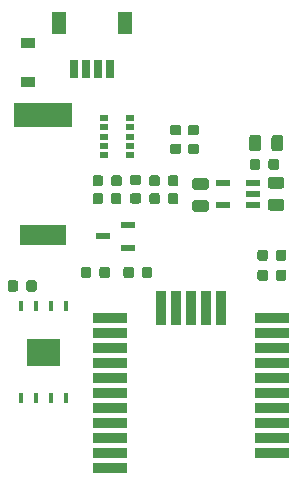
<source format=gbr>
G04 #@! TF.GenerationSoftware,KiCad,Pcbnew,(5.1.5)-3*
G04 #@! TF.CreationDate,2021-08-13T12:39:49-07:00*
G04 #@! TF.ProjectId,Freesk8-Robogotchi-v1.5,46726565-736b-4382-9d52-6f626f676f74,rev?*
G04 #@! TF.SameCoordinates,Original*
G04 #@! TF.FileFunction,Paste,Top*
G04 #@! TF.FilePolarity,Positive*
%FSLAX46Y46*%
G04 Gerber Fmt 4.6, Leading zero omitted, Abs format (unit mm)*
G04 Created by KiCad (PCBNEW (5.1.5)-3) date 2021-08-13 12:39:49*
%MOMM*%
%LPD*%
G04 APERTURE LIST*
%ADD10C,0.010000*%
%ADD11R,1.210000X0.590000*%
%ADD12R,1.200000X0.900000*%
%ADD13C,0.100000*%
%ADD14R,1.295400X1.905000*%
%ADD15R,0.660400X1.549400*%
%ADD16R,1.300000X0.600000*%
%ADD17R,4.000000X1.700000*%
%ADD18R,5.000000X2.000000*%
%ADD19R,0.800000X0.500000*%
%ADD20R,0.440000X0.940000*%
%ADD21R,0.900000X3.000000*%
%ADD22R,3.000000X0.900000*%
G04 APERTURE END LIST*
D10*
G36*
X128350000Y-111175610D02*
G01*
X128350000Y-109025000D01*
X131050770Y-109025000D01*
X131050770Y-111175610D01*
X128350000Y-111175610D01*
G37*
X128350000Y-111175610D02*
X128350000Y-109025000D01*
X131050770Y-109025000D01*
X131050770Y-111175610D01*
X128350000Y-111175610D01*
D11*
X144945000Y-97650000D03*
X144945000Y-95750000D03*
X147455000Y-95750000D03*
X147455000Y-96700000D03*
X147455000Y-97650000D03*
D12*
X128400000Y-87250000D03*
X128400000Y-83950000D03*
D13*
G36*
X149427691Y-93726053D02*
G01*
X149448926Y-93729203D01*
X149469750Y-93734419D01*
X149489962Y-93741651D01*
X149509368Y-93750830D01*
X149527781Y-93761866D01*
X149545024Y-93774654D01*
X149560930Y-93789070D01*
X149575346Y-93804976D01*
X149588134Y-93822219D01*
X149599170Y-93840632D01*
X149608349Y-93860038D01*
X149615581Y-93880250D01*
X149620797Y-93901074D01*
X149623947Y-93922309D01*
X149625000Y-93943750D01*
X149625000Y-94456250D01*
X149623947Y-94477691D01*
X149620797Y-94498926D01*
X149615581Y-94519750D01*
X149608349Y-94539962D01*
X149599170Y-94559368D01*
X149588134Y-94577781D01*
X149575346Y-94595024D01*
X149560930Y-94610930D01*
X149545024Y-94625346D01*
X149527781Y-94638134D01*
X149509368Y-94649170D01*
X149489962Y-94658349D01*
X149469750Y-94665581D01*
X149448926Y-94670797D01*
X149427691Y-94673947D01*
X149406250Y-94675000D01*
X148968750Y-94675000D01*
X148947309Y-94673947D01*
X148926074Y-94670797D01*
X148905250Y-94665581D01*
X148885038Y-94658349D01*
X148865632Y-94649170D01*
X148847219Y-94638134D01*
X148829976Y-94625346D01*
X148814070Y-94610930D01*
X148799654Y-94595024D01*
X148786866Y-94577781D01*
X148775830Y-94559368D01*
X148766651Y-94539962D01*
X148759419Y-94519750D01*
X148754203Y-94498926D01*
X148751053Y-94477691D01*
X148750000Y-94456250D01*
X148750000Y-93943750D01*
X148751053Y-93922309D01*
X148754203Y-93901074D01*
X148759419Y-93880250D01*
X148766651Y-93860038D01*
X148775830Y-93840632D01*
X148786866Y-93822219D01*
X148799654Y-93804976D01*
X148814070Y-93789070D01*
X148829976Y-93774654D01*
X148847219Y-93761866D01*
X148865632Y-93750830D01*
X148885038Y-93741651D01*
X148905250Y-93734419D01*
X148926074Y-93729203D01*
X148947309Y-93726053D01*
X148968750Y-93725000D01*
X149406250Y-93725000D01*
X149427691Y-93726053D01*
G37*
G36*
X147852691Y-93726053D02*
G01*
X147873926Y-93729203D01*
X147894750Y-93734419D01*
X147914962Y-93741651D01*
X147934368Y-93750830D01*
X147952781Y-93761866D01*
X147970024Y-93774654D01*
X147985930Y-93789070D01*
X148000346Y-93804976D01*
X148013134Y-93822219D01*
X148024170Y-93840632D01*
X148033349Y-93860038D01*
X148040581Y-93880250D01*
X148045797Y-93901074D01*
X148048947Y-93922309D01*
X148050000Y-93943750D01*
X148050000Y-94456250D01*
X148048947Y-94477691D01*
X148045797Y-94498926D01*
X148040581Y-94519750D01*
X148033349Y-94539962D01*
X148024170Y-94559368D01*
X148013134Y-94577781D01*
X148000346Y-94595024D01*
X147985930Y-94610930D01*
X147970024Y-94625346D01*
X147952781Y-94638134D01*
X147934368Y-94649170D01*
X147914962Y-94658349D01*
X147894750Y-94665581D01*
X147873926Y-94670797D01*
X147852691Y-94673947D01*
X147831250Y-94675000D01*
X147393750Y-94675000D01*
X147372309Y-94673947D01*
X147351074Y-94670797D01*
X147330250Y-94665581D01*
X147310038Y-94658349D01*
X147290632Y-94649170D01*
X147272219Y-94638134D01*
X147254976Y-94625346D01*
X147239070Y-94610930D01*
X147224654Y-94595024D01*
X147211866Y-94577781D01*
X147200830Y-94559368D01*
X147191651Y-94539962D01*
X147184419Y-94519750D01*
X147179203Y-94498926D01*
X147176053Y-94477691D01*
X147175000Y-94456250D01*
X147175000Y-93943750D01*
X147176053Y-93922309D01*
X147179203Y-93901074D01*
X147184419Y-93880250D01*
X147191651Y-93860038D01*
X147200830Y-93840632D01*
X147211866Y-93822219D01*
X147224654Y-93804976D01*
X147239070Y-93789070D01*
X147254976Y-93774654D01*
X147272219Y-93761866D01*
X147290632Y-93750830D01*
X147310038Y-93741651D01*
X147330250Y-93734419D01*
X147351074Y-93729203D01*
X147372309Y-93726053D01*
X147393750Y-93725000D01*
X147831250Y-93725000D01*
X147852691Y-93726053D01*
G37*
D14*
X136599999Y-82223499D03*
X131000001Y-82223499D03*
D15*
X132300000Y-86098500D03*
X133300001Y-86098500D03*
X134299999Y-86098500D03*
X135300000Y-86098500D03*
D13*
G36*
X149767642Y-91701174D02*
G01*
X149791303Y-91704684D01*
X149814507Y-91710496D01*
X149837029Y-91718554D01*
X149858653Y-91728782D01*
X149879170Y-91741079D01*
X149898383Y-91755329D01*
X149916107Y-91771393D01*
X149932171Y-91789117D01*
X149946421Y-91808330D01*
X149958718Y-91828847D01*
X149968946Y-91850471D01*
X149977004Y-91872993D01*
X149982816Y-91896197D01*
X149986326Y-91919858D01*
X149987500Y-91943750D01*
X149987500Y-92856250D01*
X149986326Y-92880142D01*
X149982816Y-92903803D01*
X149977004Y-92927007D01*
X149968946Y-92949529D01*
X149958718Y-92971153D01*
X149946421Y-92991670D01*
X149932171Y-93010883D01*
X149916107Y-93028607D01*
X149898383Y-93044671D01*
X149879170Y-93058921D01*
X149858653Y-93071218D01*
X149837029Y-93081446D01*
X149814507Y-93089504D01*
X149791303Y-93095316D01*
X149767642Y-93098826D01*
X149743750Y-93100000D01*
X149256250Y-93100000D01*
X149232358Y-93098826D01*
X149208697Y-93095316D01*
X149185493Y-93089504D01*
X149162971Y-93081446D01*
X149141347Y-93071218D01*
X149120830Y-93058921D01*
X149101617Y-93044671D01*
X149083893Y-93028607D01*
X149067829Y-93010883D01*
X149053579Y-92991670D01*
X149041282Y-92971153D01*
X149031054Y-92949529D01*
X149022996Y-92927007D01*
X149017184Y-92903803D01*
X149013674Y-92880142D01*
X149012500Y-92856250D01*
X149012500Y-91943750D01*
X149013674Y-91919858D01*
X149017184Y-91896197D01*
X149022996Y-91872993D01*
X149031054Y-91850471D01*
X149041282Y-91828847D01*
X149053579Y-91808330D01*
X149067829Y-91789117D01*
X149083893Y-91771393D01*
X149101617Y-91755329D01*
X149120830Y-91741079D01*
X149141347Y-91728782D01*
X149162971Y-91718554D01*
X149185493Y-91710496D01*
X149208697Y-91704684D01*
X149232358Y-91701174D01*
X149256250Y-91700000D01*
X149743750Y-91700000D01*
X149767642Y-91701174D01*
G37*
G36*
X147892642Y-91701174D02*
G01*
X147916303Y-91704684D01*
X147939507Y-91710496D01*
X147962029Y-91718554D01*
X147983653Y-91728782D01*
X148004170Y-91741079D01*
X148023383Y-91755329D01*
X148041107Y-91771393D01*
X148057171Y-91789117D01*
X148071421Y-91808330D01*
X148083718Y-91828847D01*
X148093946Y-91850471D01*
X148102004Y-91872993D01*
X148107816Y-91896197D01*
X148111326Y-91919858D01*
X148112500Y-91943750D01*
X148112500Y-92856250D01*
X148111326Y-92880142D01*
X148107816Y-92903803D01*
X148102004Y-92927007D01*
X148093946Y-92949529D01*
X148083718Y-92971153D01*
X148071421Y-92991670D01*
X148057171Y-93010883D01*
X148041107Y-93028607D01*
X148023383Y-93044671D01*
X148004170Y-93058921D01*
X147983653Y-93071218D01*
X147962029Y-93081446D01*
X147939507Y-93089504D01*
X147916303Y-93095316D01*
X147892642Y-93098826D01*
X147868750Y-93100000D01*
X147381250Y-93100000D01*
X147357358Y-93098826D01*
X147333697Y-93095316D01*
X147310493Y-93089504D01*
X147287971Y-93081446D01*
X147266347Y-93071218D01*
X147245830Y-93058921D01*
X147226617Y-93044671D01*
X147208893Y-93028607D01*
X147192829Y-93010883D01*
X147178579Y-92991670D01*
X147166282Y-92971153D01*
X147156054Y-92949529D01*
X147147996Y-92927007D01*
X147142184Y-92903803D01*
X147138674Y-92880142D01*
X147137500Y-92856250D01*
X147137500Y-91943750D01*
X147138674Y-91919858D01*
X147142184Y-91896197D01*
X147147996Y-91872993D01*
X147156054Y-91850471D01*
X147166282Y-91828847D01*
X147178579Y-91808330D01*
X147192829Y-91789117D01*
X147208893Y-91771393D01*
X147226617Y-91755329D01*
X147245830Y-91741079D01*
X147266347Y-91728782D01*
X147287971Y-91718554D01*
X147310493Y-91710496D01*
X147333697Y-91704684D01*
X147357358Y-91701174D01*
X147381250Y-91700000D01*
X147868750Y-91700000D01*
X147892642Y-91701174D01*
G37*
D16*
X136850000Y-99350000D03*
X136850000Y-101250000D03*
X134750000Y-100300000D03*
D13*
G36*
X128927691Y-104026053D02*
G01*
X128948926Y-104029203D01*
X128969750Y-104034419D01*
X128989962Y-104041651D01*
X129009368Y-104050830D01*
X129027781Y-104061866D01*
X129045024Y-104074654D01*
X129060930Y-104089070D01*
X129075346Y-104104976D01*
X129088134Y-104122219D01*
X129099170Y-104140632D01*
X129108349Y-104160038D01*
X129115581Y-104180250D01*
X129120797Y-104201074D01*
X129123947Y-104222309D01*
X129125000Y-104243750D01*
X129125000Y-104756250D01*
X129123947Y-104777691D01*
X129120797Y-104798926D01*
X129115581Y-104819750D01*
X129108349Y-104839962D01*
X129099170Y-104859368D01*
X129088134Y-104877781D01*
X129075346Y-104895024D01*
X129060930Y-104910930D01*
X129045024Y-104925346D01*
X129027781Y-104938134D01*
X129009368Y-104949170D01*
X128989962Y-104958349D01*
X128969750Y-104965581D01*
X128948926Y-104970797D01*
X128927691Y-104973947D01*
X128906250Y-104975000D01*
X128468750Y-104975000D01*
X128447309Y-104973947D01*
X128426074Y-104970797D01*
X128405250Y-104965581D01*
X128385038Y-104958349D01*
X128365632Y-104949170D01*
X128347219Y-104938134D01*
X128329976Y-104925346D01*
X128314070Y-104910930D01*
X128299654Y-104895024D01*
X128286866Y-104877781D01*
X128275830Y-104859368D01*
X128266651Y-104839962D01*
X128259419Y-104819750D01*
X128254203Y-104798926D01*
X128251053Y-104777691D01*
X128250000Y-104756250D01*
X128250000Y-104243750D01*
X128251053Y-104222309D01*
X128254203Y-104201074D01*
X128259419Y-104180250D01*
X128266651Y-104160038D01*
X128275830Y-104140632D01*
X128286866Y-104122219D01*
X128299654Y-104104976D01*
X128314070Y-104089070D01*
X128329976Y-104074654D01*
X128347219Y-104061866D01*
X128365632Y-104050830D01*
X128385038Y-104041651D01*
X128405250Y-104034419D01*
X128426074Y-104029203D01*
X128447309Y-104026053D01*
X128468750Y-104025000D01*
X128906250Y-104025000D01*
X128927691Y-104026053D01*
G37*
G36*
X127352691Y-104026053D02*
G01*
X127373926Y-104029203D01*
X127394750Y-104034419D01*
X127414962Y-104041651D01*
X127434368Y-104050830D01*
X127452781Y-104061866D01*
X127470024Y-104074654D01*
X127485930Y-104089070D01*
X127500346Y-104104976D01*
X127513134Y-104122219D01*
X127524170Y-104140632D01*
X127533349Y-104160038D01*
X127540581Y-104180250D01*
X127545797Y-104201074D01*
X127548947Y-104222309D01*
X127550000Y-104243750D01*
X127550000Y-104756250D01*
X127548947Y-104777691D01*
X127545797Y-104798926D01*
X127540581Y-104819750D01*
X127533349Y-104839962D01*
X127524170Y-104859368D01*
X127513134Y-104877781D01*
X127500346Y-104895024D01*
X127485930Y-104910930D01*
X127470024Y-104925346D01*
X127452781Y-104938134D01*
X127434368Y-104949170D01*
X127414962Y-104958349D01*
X127394750Y-104965581D01*
X127373926Y-104970797D01*
X127352691Y-104973947D01*
X127331250Y-104975000D01*
X126893750Y-104975000D01*
X126872309Y-104973947D01*
X126851074Y-104970797D01*
X126830250Y-104965581D01*
X126810038Y-104958349D01*
X126790632Y-104949170D01*
X126772219Y-104938134D01*
X126754976Y-104925346D01*
X126739070Y-104910930D01*
X126724654Y-104895024D01*
X126711866Y-104877781D01*
X126700830Y-104859368D01*
X126691651Y-104839962D01*
X126684419Y-104819750D01*
X126679203Y-104798926D01*
X126676053Y-104777691D01*
X126675000Y-104756250D01*
X126675000Y-104243750D01*
X126676053Y-104222309D01*
X126679203Y-104201074D01*
X126684419Y-104180250D01*
X126691651Y-104160038D01*
X126700830Y-104140632D01*
X126711866Y-104122219D01*
X126724654Y-104104976D01*
X126739070Y-104089070D01*
X126754976Y-104074654D01*
X126772219Y-104061866D01*
X126790632Y-104050830D01*
X126810038Y-104041651D01*
X126830250Y-104034419D01*
X126851074Y-104029203D01*
X126872309Y-104026053D01*
X126893750Y-104025000D01*
X127331250Y-104025000D01*
X127352691Y-104026053D01*
G37*
D17*
X129650000Y-100175000D03*
D18*
X129650000Y-90025000D03*
D13*
G36*
X137777691Y-96651053D02*
G01*
X137798926Y-96654203D01*
X137819750Y-96659419D01*
X137839962Y-96666651D01*
X137859368Y-96675830D01*
X137877781Y-96686866D01*
X137895024Y-96699654D01*
X137910930Y-96714070D01*
X137925346Y-96729976D01*
X137938134Y-96747219D01*
X137949170Y-96765632D01*
X137958349Y-96785038D01*
X137965581Y-96805250D01*
X137970797Y-96826074D01*
X137973947Y-96847309D01*
X137975000Y-96868750D01*
X137975000Y-97306250D01*
X137973947Y-97327691D01*
X137970797Y-97348926D01*
X137965581Y-97369750D01*
X137958349Y-97389962D01*
X137949170Y-97409368D01*
X137938134Y-97427781D01*
X137925346Y-97445024D01*
X137910930Y-97460930D01*
X137895024Y-97475346D01*
X137877781Y-97488134D01*
X137859368Y-97499170D01*
X137839962Y-97508349D01*
X137819750Y-97515581D01*
X137798926Y-97520797D01*
X137777691Y-97523947D01*
X137756250Y-97525000D01*
X137243750Y-97525000D01*
X137222309Y-97523947D01*
X137201074Y-97520797D01*
X137180250Y-97515581D01*
X137160038Y-97508349D01*
X137140632Y-97499170D01*
X137122219Y-97488134D01*
X137104976Y-97475346D01*
X137089070Y-97460930D01*
X137074654Y-97445024D01*
X137061866Y-97427781D01*
X137050830Y-97409368D01*
X137041651Y-97389962D01*
X137034419Y-97369750D01*
X137029203Y-97348926D01*
X137026053Y-97327691D01*
X137025000Y-97306250D01*
X137025000Y-96868750D01*
X137026053Y-96847309D01*
X137029203Y-96826074D01*
X137034419Y-96805250D01*
X137041651Y-96785038D01*
X137050830Y-96765632D01*
X137061866Y-96747219D01*
X137074654Y-96729976D01*
X137089070Y-96714070D01*
X137104976Y-96699654D01*
X137122219Y-96686866D01*
X137140632Y-96675830D01*
X137160038Y-96666651D01*
X137180250Y-96659419D01*
X137201074Y-96654203D01*
X137222309Y-96651053D01*
X137243750Y-96650000D01*
X137756250Y-96650000D01*
X137777691Y-96651053D01*
G37*
G36*
X137777691Y-95076053D02*
G01*
X137798926Y-95079203D01*
X137819750Y-95084419D01*
X137839962Y-95091651D01*
X137859368Y-95100830D01*
X137877781Y-95111866D01*
X137895024Y-95124654D01*
X137910930Y-95139070D01*
X137925346Y-95154976D01*
X137938134Y-95172219D01*
X137949170Y-95190632D01*
X137958349Y-95210038D01*
X137965581Y-95230250D01*
X137970797Y-95251074D01*
X137973947Y-95272309D01*
X137975000Y-95293750D01*
X137975000Y-95731250D01*
X137973947Y-95752691D01*
X137970797Y-95773926D01*
X137965581Y-95794750D01*
X137958349Y-95814962D01*
X137949170Y-95834368D01*
X137938134Y-95852781D01*
X137925346Y-95870024D01*
X137910930Y-95885930D01*
X137895024Y-95900346D01*
X137877781Y-95913134D01*
X137859368Y-95924170D01*
X137839962Y-95933349D01*
X137819750Y-95940581D01*
X137798926Y-95945797D01*
X137777691Y-95948947D01*
X137756250Y-95950000D01*
X137243750Y-95950000D01*
X137222309Y-95948947D01*
X137201074Y-95945797D01*
X137180250Y-95940581D01*
X137160038Y-95933349D01*
X137140632Y-95924170D01*
X137122219Y-95913134D01*
X137104976Y-95900346D01*
X137089070Y-95885930D01*
X137074654Y-95870024D01*
X137061866Y-95852781D01*
X137050830Y-95834368D01*
X137041651Y-95814962D01*
X137034419Y-95794750D01*
X137029203Y-95773926D01*
X137026053Y-95752691D01*
X137025000Y-95731250D01*
X137025000Y-95293750D01*
X137026053Y-95272309D01*
X137029203Y-95251074D01*
X137034419Y-95230250D01*
X137041651Y-95210038D01*
X137050830Y-95190632D01*
X137061866Y-95172219D01*
X137074654Y-95154976D01*
X137089070Y-95139070D01*
X137104976Y-95124654D01*
X137122219Y-95111866D01*
X137140632Y-95100830D01*
X137160038Y-95091651D01*
X137180250Y-95084419D01*
X137201074Y-95079203D01*
X137222309Y-95076053D01*
X137243750Y-95075000D01*
X137756250Y-95075000D01*
X137777691Y-95076053D01*
G37*
D19*
X134800000Y-93450000D03*
X134800000Y-92650000D03*
X134800000Y-91850000D03*
X134800000Y-91050000D03*
X134800000Y-90250000D03*
X137000000Y-90250000D03*
X137000000Y-91050000D03*
X137000000Y-91850000D03*
X137000000Y-92650000D03*
X137000000Y-93450000D03*
D13*
G36*
X143480142Y-95376174D02*
G01*
X143503803Y-95379684D01*
X143527007Y-95385496D01*
X143549529Y-95393554D01*
X143571153Y-95403782D01*
X143591670Y-95416079D01*
X143610883Y-95430329D01*
X143628607Y-95446393D01*
X143644671Y-95464117D01*
X143658921Y-95483330D01*
X143671218Y-95503847D01*
X143681446Y-95525471D01*
X143689504Y-95547993D01*
X143695316Y-95571197D01*
X143698826Y-95594858D01*
X143700000Y-95618750D01*
X143700000Y-96106250D01*
X143698826Y-96130142D01*
X143695316Y-96153803D01*
X143689504Y-96177007D01*
X143681446Y-96199529D01*
X143671218Y-96221153D01*
X143658921Y-96241670D01*
X143644671Y-96260883D01*
X143628607Y-96278607D01*
X143610883Y-96294671D01*
X143591670Y-96308921D01*
X143571153Y-96321218D01*
X143549529Y-96331446D01*
X143527007Y-96339504D01*
X143503803Y-96345316D01*
X143480142Y-96348826D01*
X143456250Y-96350000D01*
X142543750Y-96350000D01*
X142519858Y-96348826D01*
X142496197Y-96345316D01*
X142472993Y-96339504D01*
X142450471Y-96331446D01*
X142428847Y-96321218D01*
X142408330Y-96308921D01*
X142389117Y-96294671D01*
X142371393Y-96278607D01*
X142355329Y-96260883D01*
X142341079Y-96241670D01*
X142328782Y-96221153D01*
X142318554Y-96199529D01*
X142310496Y-96177007D01*
X142304684Y-96153803D01*
X142301174Y-96130142D01*
X142300000Y-96106250D01*
X142300000Y-95618750D01*
X142301174Y-95594858D01*
X142304684Y-95571197D01*
X142310496Y-95547993D01*
X142318554Y-95525471D01*
X142328782Y-95503847D01*
X142341079Y-95483330D01*
X142355329Y-95464117D01*
X142371393Y-95446393D01*
X142389117Y-95430329D01*
X142408330Y-95416079D01*
X142428847Y-95403782D01*
X142450471Y-95393554D01*
X142472993Y-95385496D01*
X142496197Y-95379684D01*
X142519858Y-95376174D01*
X142543750Y-95375000D01*
X143456250Y-95375000D01*
X143480142Y-95376174D01*
G37*
G36*
X143480142Y-97251174D02*
G01*
X143503803Y-97254684D01*
X143527007Y-97260496D01*
X143549529Y-97268554D01*
X143571153Y-97278782D01*
X143591670Y-97291079D01*
X143610883Y-97305329D01*
X143628607Y-97321393D01*
X143644671Y-97339117D01*
X143658921Y-97358330D01*
X143671218Y-97378847D01*
X143681446Y-97400471D01*
X143689504Y-97422993D01*
X143695316Y-97446197D01*
X143698826Y-97469858D01*
X143700000Y-97493750D01*
X143700000Y-97981250D01*
X143698826Y-98005142D01*
X143695316Y-98028803D01*
X143689504Y-98052007D01*
X143681446Y-98074529D01*
X143671218Y-98096153D01*
X143658921Y-98116670D01*
X143644671Y-98135883D01*
X143628607Y-98153607D01*
X143610883Y-98169671D01*
X143591670Y-98183921D01*
X143571153Y-98196218D01*
X143549529Y-98206446D01*
X143527007Y-98214504D01*
X143503803Y-98220316D01*
X143480142Y-98223826D01*
X143456250Y-98225000D01*
X142543750Y-98225000D01*
X142519858Y-98223826D01*
X142496197Y-98220316D01*
X142472993Y-98214504D01*
X142450471Y-98206446D01*
X142428847Y-98196218D01*
X142408330Y-98183921D01*
X142389117Y-98169671D01*
X142371393Y-98153607D01*
X142355329Y-98135883D01*
X142341079Y-98116670D01*
X142328782Y-98096153D01*
X142318554Y-98074529D01*
X142310496Y-98052007D01*
X142304684Y-98028803D01*
X142301174Y-98005142D01*
X142300000Y-97981250D01*
X142300000Y-97493750D01*
X142301174Y-97469858D01*
X142304684Y-97446197D01*
X142310496Y-97422993D01*
X142318554Y-97400471D01*
X142328782Y-97378847D01*
X142341079Y-97358330D01*
X142355329Y-97339117D01*
X142371393Y-97321393D01*
X142389117Y-97305329D01*
X142408330Y-97291079D01*
X142428847Y-97278782D01*
X142450471Y-97268554D01*
X142472993Y-97260496D01*
X142496197Y-97254684D01*
X142519858Y-97251174D01*
X142543750Y-97250000D01*
X143456250Y-97250000D01*
X143480142Y-97251174D01*
G37*
G36*
X149880142Y-95276174D02*
G01*
X149903803Y-95279684D01*
X149927007Y-95285496D01*
X149949529Y-95293554D01*
X149971153Y-95303782D01*
X149991670Y-95316079D01*
X150010883Y-95330329D01*
X150028607Y-95346393D01*
X150044671Y-95364117D01*
X150058921Y-95383330D01*
X150071218Y-95403847D01*
X150081446Y-95425471D01*
X150089504Y-95447993D01*
X150095316Y-95471197D01*
X150098826Y-95494858D01*
X150100000Y-95518750D01*
X150100000Y-96006250D01*
X150098826Y-96030142D01*
X150095316Y-96053803D01*
X150089504Y-96077007D01*
X150081446Y-96099529D01*
X150071218Y-96121153D01*
X150058921Y-96141670D01*
X150044671Y-96160883D01*
X150028607Y-96178607D01*
X150010883Y-96194671D01*
X149991670Y-96208921D01*
X149971153Y-96221218D01*
X149949529Y-96231446D01*
X149927007Y-96239504D01*
X149903803Y-96245316D01*
X149880142Y-96248826D01*
X149856250Y-96250000D01*
X148943750Y-96250000D01*
X148919858Y-96248826D01*
X148896197Y-96245316D01*
X148872993Y-96239504D01*
X148850471Y-96231446D01*
X148828847Y-96221218D01*
X148808330Y-96208921D01*
X148789117Y-96194671D01*
X148771393Y-96178607D01*
X148755329Y-96160883D01*
X148741079Y-96141670D01*
X148728782Y-96121153D01*
X148718554Y-96099529D01*
X148710496Y-96077007D01*
X148704684Y-96053803D01*
X148701174Y-96030142D01*
X148700000Y-96006250D01*
X148700000Y-95518750D01*
X148701174Y-95494858D01*
X148704684Y-95471197D01*
X148710496Y-95447993D01*
X148718554Y-95425471D01*
X148728782Y-95403847D01*
X148741079Y-95383330D01*
X148755329Y-95364117D01*
X148771393Y-95346393D01*
X148789117Y-95330329D01*
X148808330Y-95316079D01*
X148828847Y-95303782D01*
X148850471Y-95293554D01*
X148872993Y-95285496D01*
X148896197Y-95279684D01*
X148919858Y-95276174D01*
X148943750Y-95275000D01*
X149856250Y-95275000D01*
X149880142Y-95276174D01*
G37*
G36*
X149880142Y-97151174D02*
G01*
X149903803Y-97154684D01*
X149927007Y-97160496D01*
X149949529Y-97168554D01*
X149971153Y-97178782D01*
X149991670Y-97191079D01*
X150010883Y-97205329D01*
X150028607Y-97221393D01*
X150044671Y-97239117D01*
X150058921Y-97258330D01*
X150071218Y-97278847D01*
X150081446Y-97300471D01*
X150089504Y-97322993D01*
X150095316Y-97346197D01*
X150098826Y-97369858D01*
X150100000Y-97393750D01*
X150100000Y-97881250D01*
X150098826Y-97905142D01*
X150095316Y-97928803D01*
X150089504Y-97952007D01*
X150081446Y-97974529D01*
X150071218Y-97996153D01*
X150058921Y-98016670D01*
X150044671Y-98035883D01*
X150028607Y-98053607D01*
X150010883Y-98069671D01*
X149991670Y-98083921D01*
X149971153Y-98096218D01*
X149949529Y-98106446D01*
X149927007Y-98114504D01*
X149903803Y-98120316D01*
X149880142Y-98123826D01*
X149856250Y-98125000D01*
X148943750Y-98125000D01*
X148919858Y-98123826D01*
X148896197Y-98120316D01*
X148872993Y-98114504D01*
X148850471Y-98106446D01*
X148828847Y-98096218D01*
X148808330Y-98083921D01*
X148789117Y-98069671D01*
X148771393Y-98053607D01*
X148755329Y-98035883D01*
X148741079Y-98016670D01*
X148728782Y-97996153D01*
X148718554Y-97974529D01*
X148710496Y-97952007D01*
X148704684Y-97928803D01*
X148701174Y-97905142D01*
X148700000Y-97881250D01*
X148700000Y-97393750D01*
X148701174Y-97369858D01*
X148704684Y-97346197D01*
X148710496Y-97322993D01*
X148718554Y-97300471D01*
X148728782Y-97278847D01*
X148741079Y-97258330D01*
X148755329Y-97239117D01*
X148771393Y-97221393D01*
X148789117Y-97205329D01*
X148808330Y-97191079D01*
X148828847Y-97178782D01*
X148850471Y-97168554D01*
X148872993Y-97160496D01*
X148896197Y-97154684D01*
X148919858Y-97151174D01*
X148943750Y-97150000D01*
X149856250Y-97150000D01*
X149880142Y-97151174D01*
G37*
G36*
X134552691Y-95126053D02*
G01*
X134573926Y-95129203D01*
X134594750Y-95134419D01*
X134614962Y-95141651D01*
X134634368Y-95150830D01*
X134652781Y-95161866D01*
X134670024Y-95174654D01*
X134685930Y-95189070D01*
X134700346Y-95204976D01*
X134713134Y-95222219D01*
X134724170Y-95240632D01*
X134733349Y-95260038D01*
X134740581Y-95280250D01*
X134745797Y-95301074D01*
X134748947Y-95322309D01*
X134750000Y-95343750D01*
X134750000Y-95856250D01*
X134748947Y-95877691D01*
X134745797Y-95898926D01*
X134740581Y-95919750D01*
X134733349Y-95939962D01*
X134724170Y-95959368D01*
X134713134Y-95977781D01*
X134700346Y-95995024D01*
X134685930Y-96010930D01*
X134670024Y-96025346D01*
X134652781Y-96038134D01*
X134634368Y-96049170D01*
X134614962Y-96058349D01*
X134594750Y-96065581D01*
X134573926Y-96070797D01*
X134552691Y-96073947D01*
X134531250Y-96075000D01*
X134093750Y-96075000D01*
X134072309Y-96073947D01*
X134051074Y-96070797D01*
X134030250Y-96065581D01*
X134010038Y-96058349D01*
X133990632Y-96049170D01*
X133972219Y-96038134D01*
X133954976Y-96025346D01*
X133939070Y-96010930D01*
X133924654Y-95995024D01*
X133911866Y-95977781D01*
X133900830Y-95959368D01*
X133891651Y-95939962D01*
X133884419Y-95919750D01*
X133879203Y-95898926D01*
X133876053Y-95877691D01*
X133875000Y-95856250D01*
X133875000Y-95343750D01*
X133876053Y-95322309D01*
X133879203Y-95301074D01*
X133884419Y-95280250D01*
X133891651Y-95260038D01*
X133900830Y-95240632D01*
X133911866Y-95222219D01*
X133924654Y-95204976D01*
X133939070Y-95189070D01*
X133954976Y-95174654D01*
X133972219Y-95161866D01*
X133990632Y-95150830D01*
X134010038Y-95141651D01*
X134030250Y-95134419D01*
X134051074Y-95129203D01*
X134072309Y-95126053D01*
X134093750Y-95125000D01*
X134531250Y-95125000D01*
X134552691Y-95126053D01*
G37*
G36*
X136127691Y-95126053D02*
G01*
X136148926Y-95129203D01*
X136169750Y-95134419D01*
X136189962Y-95141651D01*
X136209368Y-95150830D01*
X136227781Y-95161866D01*
X136245024Y-95174654D01*
X136260930Y-95189070D01*
X136275346Y-95204976D01*
X136288134Y-95222219D01*
X136299170Y-95240632D01*
X136308349Y-95260038D01*
X136315581Y-95280250D01*
X136320797Y-95301074D01*
X136323947Y-95322309D01*
X136325000Y-95343750D01*
X136325000Y-95856250D01*
X136323947Y-95877691D01*
X136320797Y-95898926D01*
X136315581Y-95919750D01*
X136308349Y-95939962D01*
X136299170Y-95959368D01*
X136288134Y-95977781D01*
X136275346Y-95995024D01*
X136260930Y-96010930D01*
X136245024Y-96025346D01*
X136227781Y-96038134D01*
X136209368Y-96049170D01*
X136189962Y-96058349D01*
X136169750Y-96065581D01*
X136148926Y-96070797D01*
X136127691Y-96073947D01*
X136106250Y-96075000D01*
X135668750Y-96075000D01*
X135647309Y-96073947D01*
X135626074Y-96070797D01*
X135605250Y-96065581D01*
X135585038Y-96058349D01*
X135565632Y-96049170D01*
X135547219Y-96038134D01*
X135529976Y-96025346D01*
X135514070Y-96010930D01*
X135499654Y-95995024D01*
X135486866Y-95977781D01*
X135475830Y-95959368D01*
X135466651Y-95939962D01*
X135459419Y-95919750D01*
X135454203Y-95898926D01*
X135451053Y-95877691D01*
X135450000Y-95856250D01*
X135450000Y-95343750D01*
X135451053Y-95322309D01*
X135454203Y-95301074D01*
X135459419Y-95280250D01*
X135466651Y-95260038D01*
X135475830Y-95240632D01*
X135486866Y-95222219D01*
X135499654Y-95204976D01*
X135514070Y-95189070D01*
X135529976Y-95174654D01*
X135547219Y-95161866D01*
X135565632Y-95150830D01*
X135585038Y-95141651D01*
X135605250Y-95134419D01*
X135626074Y-95129203D01*
X135647309Y-95126053D01*
X135668750Y-95125000D01*
X136106250Y-95125000D01*
X136127691Y-95126053D01*
G37*
G36*
X138727691Y-102876053D02*
G01*
X138748926Y-102879203D01*
X138769750Y-102884419D01*
X138789962Y-102891651D01*
X138809368Y-102900830D01*
X138827781Y-102911866D01*
X138845024Y-102924654D01*
X138860930Y-102939070D01*
X138875346Y-102954976D01*
X138888134Y-102972219D01*
X138899170Y-102990632D01*
X138908349Y-103010038D01*
X138915581Y-103030250D01*
X138920797Y-103051074D01*
X138923947Y-103072309D01*
X138925000Y-103093750D01*
X138925000Y-103606250D01*
X138923947Y-103627691D01*
X138920797Y-103648926D01*
X138915581Y-103669750D01*
X138908349Y-103689962D01*
X138899170Y-103709368D01*
X138888134Y-103727781D01*
X138875346Y-103745024D01*
X138860930Y-103760930D01*
X138845024Y-103775346D01*
X138827781Y-103788134D01*
X138809368Y-103799170D01*
X138789962Y-103808349D01*
X138769750Y-103815581D01*
X138748926Y-103820797D01*
X138727691Y-103823947D01*
X138706250Y-103825000D01*
X138268750Y-103825000D01*
X138247309Y-103823947D01*
X138226074Y-103820797D01*
X138205250Y-103815581D01*
X138185038Y-103808349D01*
X138165632Y-103799170D01*
X138147219Y-103788134D01*
X138129976Y-103775346D01*
X138114070Y-103760930D01*
X138099654Y-103745024D01*
X138086866Y-103727781D01*
X138075830Y-103709368D01*
X138066651Y-103689962D01*
X138059419Y-103669750D01*
X138054203Y-103648926D01*
X138051053Y-103627691D01*
X138050000Y-103606250D01*
X138050000Y-103093750D01*
X138051053Y-103072309D01*
X138054203Y-103051074D01*
X138059419Y-103030250D01*
X138066651Y-103010038D01*
X138075830Y-102990632D01*
X138086866Y-102972219D01*
X138099654Y-102954976D01*
X138114070Y-102939070D01*
X138129976Y-102924654D01*
X138147219Y-102911866D01*
X138165632Y-102900830D01*
X138185038Y-102891651D01*
X138205250Y-102884419D01*
X138226074Y-102879203D01*
X138247309Y-102876053D01*
X138268750Y-102875000D01*
X138706250Y-102875000D01*
X138727691Y-102876053D01*
G37*
G36*
X137152691Y-102876053D02*
G01*
X137173926Y-102879203D01*
X137194750Y-102884419D01*
X137214962Y-102891651D01*
X137234368Y-102900830D01*
X137252781Y-102911866D01*
X137270024Y-102924654D01*
X137285930Y-102939070D01*
X137300346Y-102954976D01*
X137313134Y-102972219D01*
X137324170Y-102990632D01*
X137333349Y-103010038D01*
X137340581Y-103030250D01*
X137345797Y-103051074D01*
X137348947Y-103072309D01*
X137350000Y-103093750D01*
X137350000Y-103606250D01*
X137348947Y-103627691D01*
X137345797Y-103648926D01*
X137340581Y-103669750D01*
X137333349Y-103689962D01*
X137324170Y-103709368D01*
X137313134Y-103727781D01*
X137300346Y-103745024D01*
X137285930Y-103760930D01*
X137270024Y-103775346D01*
X137252781Y-103788134D01*
X137234368Y-103799170D01*
X137214962Y-103808349D01*
X137194750Y-103815581D01*
X137173926Y-103820797D01*
X137152691Y-103823947D01*
X137131250Y-103825000D01*
X136693750Y-103825000D01*
X136672309Y-103823947D01*
X136651074Y-103820797D01*
X136630250Y-103815581D01*
X136610038Y-103808349D01*
X136590632Y-103799170D01*
X136572219Y-103788134D01*
X136554976Y-103775346D01*
X136539070Y-103760930D01*
X136524654Y-103745024D01*
X136511866Y-103727781D01*
X136500830Y-103709368D01*
X136491651Y-103689962D01*
X136484419Y-103669750D01*
X136479203Y-103648926D01*
X136476053Y-103627691D01*
X136475000Y-103606250D01*
X136475000Y-103093750D01*
X136476053Y-103072309D01*
X136479203Y-103051074D01*
X136484419Y-103030250D01*
X136491651Y-103010038D01*
X136500830Y-102990632D01*
X136511866Y-102972219D01*
X136524654Y-102954976D01*
X136539070Y-102939070D01*
X136554976Y-102924654D01*
X136572219Y-102911866D01*
X136590632Y-102900830D01*
X136610038Y-102891651D01*
X136630250Y-102884419D01*
X136651074Y-102879203D01*
X136672309Y-102876053D01*
X136693750Y-102875000D01*
X137131250Y-102875000D01*
X137152691Y-102876053D01*
G37*
G36*
X135127691Y-102876053D02*
G01*
X135148926Y-102879203D01*
X135169750Y-102884419D01*
X135189962Y-102891651D01*
X135209368Y-102900830D01*
X135227781Y-102911866D01*
X135245024Y-102924654D01*
X135260930Y-102939070D01*
X135275346Y-102954976D01*
X135288134Y-102972219D01*
X135299170Y-102990632D01*
X135308349Y-103010038D01*
X135315581Y-103030250D01*
X135320797Y-103051074D01*
X135323947Y-103072309D01*
X135325000Y-103093750D01*
X135325000Y-103606250D01*
X135323947Y-103627691D01*
X135320797Y-103648926D01*
X135315581Y-103669750D01*
X135308349Y-103689962D01*
X135299170Y-103709368D01*
X135288134Y-103727781D01*
X135275346Y-103745024D01*
X135260930Y-103760930D01*
X135245024Y-103775346D01*
X135227781Y-103788134D01*
X135209368Y-103799170D01*
X135189962Y-103808349D01*
X135169750Y-103815581D01*
X135148926Y-103820797D01*
X135127691Y-103823947D01*
X135106250Y-103825000D01*
X134668750Y-103825000D01*
X134647309Y-103823947D01*
X134626074Y-103820797D01*
X134605250Y-103815581D01*
X134585038Y-103808349D01*
X134565632Y-103799170D01*
X134547219Y-103788134D01*
X134529976Y-103775346D01*
X134514070Y-103760930D01*
X134499654Y-103745024D01*
X134486866Y-103727781D01*
X134475830Y-103709368D01*
X134466651Y-103689962D01*
X134459419Y-103669750D01*
X134454203Y-103648926D01*
X134451053Y-103627691D01*
X134450000Y-103606250D01*
X134450000Y-103093750D01*
X134451053Y-103072309D01*
X134454203Y-103051074D01*
X134459419Y-103030250D01*
X134466651Y-103010038D01*
X134475830Y-102990632D01*
X134486866Y-102972219D01*
X134499654Y-102954976D01*
X134514070Y-102939070D01*
X134529976Y-102924654D01*
X134547219Y-102911866D01*
X134565632Y-102900830D01*
X134585038Y-102891651D01*
X134605250Y-102884419D01*
X134626074Y-102879203D01*
X134647309Y-102876053D01*
X134668750Y-102875000D01*
X135106250Y-102875000D01*
X135127691Y-102876053D01*
G37*
G36*
X133552691Y-102876053D02*
G01*
X133573926Y-102879203D01*
X133594750Y-102884419D01*
X133614962Y-102891651D01*
X133634368Y-102900830D01*
X133652781Y-102911866D01*
X133670024Y-102924654D01*
X133685930Y-102939070D01*
X133700346Y-102954976D01*
X133713134Y-102972219D01*
X133724170Y-102990632D01*
X133733349Y-103010038D01*
X133740581Y-103030250D01*
X133745797Y-103051074D01*
X133748947Y-103072309D01*
X133750000Y-103093750D01*
X133750000Y-103606250D01*
X133748947Y-103627691D01*
X133745797Y-103648926D01*
X133740581Y-103669750D01*
X133733349Y-103689962D01*
X133724170Y-103709368D01*
X133713134Y-103727781D01*
X133700346Y-103745024D01*
X133685930Y-103760930D01*
X133670024Y-103775346D01*
X133652781Y-103788134D01*
X133634368Y-103799170D01*
X133614962Y-103808349D01*
X133594750Y-103815581D01*
X133573926Y-103820797D01*
X133552691Y-103823947D01*
X133531250Y-103825000D01*
X133093750Y-103825000D01*
X133072309Y-103823947D01*
X133051074Y-103820797D01*
X133030250Y-103815581D01*
X133010038Y-103808349D01*
X132990632Y-103799170D01*
X132972219Y-103788134D01*
X132954976Y-103775346D01*
X132939070Y-103760930D01*
X132924654Y-103745024D01*
X132911866Y-103727781D01*
X132900830Y-103709368D01*
X132891651Y-103689962D01*
X132884419Y-103669750D01*
X132879203Y-103648926D01*
X132876053Y-103627691D01*
X132875000Y-103606250D01*
X132875000Y-103093750D01*
X132876053Y-103072309D01*
X132879203Y-103051074D01*
X132884419Y-103030250D01*
X132891651Y-103010038D01*
X132900830Y-102990632D01*
X132911866Y-102972219D01*
X132924654Y-102954976D01*
X132939070Y-102939070D01*
X132954976Y-102924654D01*
X132972219Y-102911866D01*
X132990632Y-102900830D01*
X133010038Y-102891651D01*
X133030250Y-102884419D01*
X133051074Y-102879203D01*
X133072309Y-102876053D01*
X133093750Y-102875000D01*
X133531250Y-102875000D01*
X133552691Y-102876053D01*
G37*
G36*
X148502691Y-101426053D02*
G01*
X148523926Y-101429203D01*
X148544750Y-101434419D01*
X148564962Y-101441651D01*
X148584368Y-101450830D01*
X148602781Y-101461866D01*
X148620024Y-101474654D01*
X148635930Y-101489070D01*
X148650346Y-101504976D01*
X148663134Y-101522219D01*
X148674170Y-101540632D01*
X148683349Y-101560038D01*
X148690581Y-101580250D01*
X148695797Y-101601074D01*
X148698947Y-101622309D01*
X148700000Y-101643750D01*
X148700000Y-102156250D01*
X148698947Y-102177691D01*
X148695797Y-102198926D01*
X148690581Y-102219750D01*
X148683349Y-102239962D01*
X148674170Y-102259368D01*
X148663134Y-102277781D01*
X148650346Y-102295024D01*
X148635930Y-102310930D01*
X148620024Y-102325346D01*
X148602781Y-102338134D01*
X148584368Y-102349170D01*
X148564962Y-102358349D01*
X148544750Y-102365581D01*
X148523926Y-102370797D01*
X148502691Y-102373947D01*
X148481250Y-102375000D01*
X148043750Y-102375000D01*
X148022309Y-102373947D01*
X148001074Y-102370797D01*
X147980250Y-102365581D01*
X147960038Y-102358349D01*
X147940632Y-102349170D01*
X147922219Y-102338134D01*
X147904976Y-102325346D01*
X147889070Y-102310930D01*
X147874654Y-102295024D01*
X147861866Y-102277781D01*
X147850830Y-102259368D01*
X147841651Y-102239962D01*
X147834419Y-102219750D01*
X147829203Y-102198926D01*
X147826053Y-102177691D01*
X147825000Y-102156250D01*
X147825000Y-101643750D01*
X147826053Y-101622309D01*
X147829203Y-101601074D01*
X147834419Y-101580250D01*
X147841651Y-101560038D01*
X147850830Y-101540632D01*
X147861866Y-101522219D01*
X147874654Y-101504976D01*
X147889070Y-101489070D01*
X147904976Y-101474654D01*
X147922219Y-101461866D01*
X147940632Y-101450830D01*
X147960038Y-101441651D01*
X147980250Y-101434419D01*
X148001074Y-101429203D01*
X148022309Y-101426053D01*
X148043750Y-101425000D01*
X148481250Y-101425000D01*
X148502691Y-101426053D01*
G37*
G36*
X150077691Y-101426053D02*
G01*
X150098926Y-101429203D01*
X150119750Y-101434419D01*
X150139962Y-101441651D01*
X150159368Y-101450830D01*
X150177781Y-101461866D01*
X150195024Y-101474654D01*
X150210930Y-101489070D01*
X150225346Y-101504976D01*
X150238134Y-101522219D01*
X150249170Y-101540632D01*
X150258349Y-101560038D01*
X150265581Y-101580250D01*
X150270797Y-101601074D01*
X150273947Y-101622309D01*
X150275000Y-101643750D01*
X150275000Y-102156250D01*
X150273947Y-102177691D01*
X150270797Y-102198926D01*
X150265581Y-102219750D01*
X150258349Y-102239962D01*
X150249170Y-102259368D01*
X150238134Y-102277781D01*
X150225346Y-102295024D01*
X150210930Y-102310930D01*
X150195024Y-102325346D01*
X150177781Y-102338134D01*
X150159368Y-102349170D01*
X150139962Y-102358349D01*
X150119750Y-102365581D01*
X150098926Y-102370797D01*
X150077691Y-102373947D01*
X150056250Y-102375000D01*
X149618750Y-102375000D01*
X149597309Y-102373947D01*
X149576074Y-102370797D01*
X149555250Y-102365581D01*
X149535038Y-102358349D01*
X149515632Y-102349170D01*
X149497219Y-102338134D01*
X149479976Y-102325346D01*
X149464070Y-102310930D01*
X149449654Y-102295024D01*
X149436866Y-102277781D01*
X149425830Y-102259368D01*
X149416651Y-102239962D01*
X149409419Y-102219750D01*
X149404203Y-102198926D01*
X149401053Y-102177691D01*
X149400000Y-102156250D01*
X149400000Y-101643750D01*
X149401053Y-101622309D01*
X149404203Y-101601074D01*
X149409419Y-101580250D01*
X149416651Y-101560038D01*
X149425830Y-101540632D01*
X149436866Y-101522219D01*
X149449654Y-101504976D01*
X149464070Y-101489070D01*
X149479976Y-101474654D01*
X149497219Y-101461866D01*
X149515632Y-101450830D01*
X149535038Y-101441651D01*
X149555250Y-101434419D01*
X149576074Y-101429203D01*
X149597309Y-101426053D01*
X149618750Y-101425000D01*
X150056250Y-101425000D01*
X150077691Y-101426053D01*
G37*
G36*
X148502691Y-103126053D02*
G01*
X148523926Y-103129203D01*
X148544750Y-103134419D01*
X148564962Y-103141651D01*
X148584368Y-103150830D01*
X148602781Y-103161866D01*
X148620024Y-103174654D01*
X148635930Y-103189070D01*
X148650346Y-103204976D01*
X148663134Y-103222219D01*
X148674170Y-103240632D01*
X148683349Y-103260038D01*
X148690581Y-103280250D01*
X148695797Y-103301074D01*
X148698947Y-103322309D01*
X148700000Y-103343750D01*
X148700000Y-103856250D01*
X148698947Y-103877691D01*
X148695797Y-103898926D01*
X148690581Y-103919750D01*
X148683349Y-103939962D01*
X148674170Y-103959368D01*
X148663134Y-103977781D01*
X148650346Y-103995024D01*
X148635930Y-104010930D01*
X148620024Y-104025346D01*
X148602781Y-104038134D01*
X148584368Y-104049170D01*
X148564962Y-104058349D01*
X148544750Y-104065581D01*
X148523926Y-104070797D01*
X148502691Y-104073947D01*
X148481250Y-104075000D01*
X148043750Y-104075000D01*
X148022309Y-104073947D01*
X148001074Y-104070797D01*
X147980250Y-104065581D01*
X147960038Y-104058349D01*
X147940632Y-104049170D01*
X147922219Y-104038134D01*
X147904976Y-104025346D01*
X147889070Y-104010930D01*
X147874654Y-103995024D01*
X147861866Y-103977781D01*
X147850830Y-103959368D01*
X147841651Y-103939962D01*
X147834419Y-103919750D01*
X147829203Y-103898926D01*
X147826053Y-103877691D01*
X147825000Y-103856250D01*
X147825000Y-103343750D01*
X147826053Y-103322309D01*
X147829203Y-103301074D01*
X147834419Y-103280250D01*
X147841651Y-103260038D01*
X147850830Y-103240632D01*
X147861866Y-103222219D01*
X147874654Y-103204976D01*
X147889070Y-103189070D01*
X147904976Y-103174654D01*
X147922219Y-103161866D01*
X147940632Y-103150830D01*
X147960038Y-103141651D01*
X147980250Y-103134419D01*
X148001074Y-103129203D01*
X148022309Y-103126053D01*
X148043750Y-103125000D01*
X148481250Y-103125000D01*
X148502691Y-103126053D01*
G37*
G36*
X150077691Y-103126053D02*
G01*
X150098926Y-103129203D01*
X150119750Y-103134419D01*
X150139962Y-103141651D01*
X150159368Y-103150830D01*
X150177781Y-103161866D01*
X150195024Y-103174654D01*
X150210930Y-103189070D01*
X150225346Y-103204976D01*
X150238134Y-103222219D01*
X150249170Y-103240632D01*
X150258349Y-103260038D01*
X150265581Y-103280250D01*
X150270797Y-103301074D01*
X150273947Y-103322309D01*
X150275000Y-103343750D01*
X150275000Y-103856250D01*
X150273947Y-103877691D01*
X150270797Y-103898926D01*
X150265581Y-103919750D01*
X150258349Y-103939962D01*
X150249170Y-103959368D01*
X150238134Y-103977781D01*
X150225346Y-103995024D01*
X150210930Y-104010930D01*
X150195024Y-104025346D01*
X150177781Y-104038134D01*
X150159368Y-104049170D01*
X150139962Y-104058349D01*
X150119750Y-104065581D01*
X150098926Y-104070797D01*
X150077691Y-104073947D01*
X150056250Y-104075000D01*
X149618750Y-104075000D01*
X149597309Y-104073947D01*
X149576074Y-104070797D01*
X149555250Y-104065581D01*
X149535038Y-104058349D01*
X149515632Y-104049170D01*
X149497219Y-104038134D01*
X149479976Y-104025346D01*
X149464070Y-104010930D01*
X149449654Y-103995024D01*
X149436866Y-103977781D01*
X149425830Y-103959368D01*
X149416651Y-103939962D01*
X149409419Y-103919750D01*
X149404203Y-103898926D01*
X149401053Y-103877691D01*
X149400000Y-103856250D01*
X149400000Y-103343750D01*
X149401053Y-103322309D01*
X149404203Y-103301074D01*
X149409419Y-103280250D01*
X149416651Y-103260038D01*
X149425830Y-103240632D01*
X149436866Y-103222219D01*
X149449654Y-103204976D01*
X149464070Y-103189070D01*
X149479976Y-103174654D01*
X149497219Y-103161866D01*
X149515632Y-103150830D01*
X149535038Y-103141651D01*
X149555250Y-103134419D01*
X149576074Y-103129203D01*
X149597309Y-103126053D01*
X149618750Y-103125000D01*
X150056250Y-103125000D01*
X150077691Y-103126053D01*
G37*
D20*
X127795000Y-106205000D03*
X131605000Y-106205000D03*
X130335000Y-106205000D03*
X129065000Y-106205000D03*
X127795000Y-113995000D03*
X131605000Y-113995000D03*
X130335000Y-113995000D03*
X129065000Y-113995000D03*
D13*
G36*
X139352691Y-96626053D02*
G01*
X139373926Y-96629203D01*
X139394750Y-96634419D01*
X139414962Y-96641651D01*
X139434368Y-96650830D01*
X139452781Y-96661866D01*
X139470024Y-96674654D01*
X139485930Y-96689070D01*
X139500346Y-96704976D01*
X139513134Y-96722219D01*
X139524170Y-96740632D01*
X139533349Y-96760038D01*
X139540581Y-96780250D01*
X139545797Y-96801074D01*
X139548947Y-96822309D01*
X139550000Y-96843750D01*
X139550000Y-97356250D01*
X139548947Y-97377691D01*
X139545797Y-97398926D01*
X139540581Y-97419750D01*
X139533349Y-97439962D01*
X139524170Y-97459368D01*
X139513134Y-97477781D01*
X139500346Y-97495024D01*
X139485930Y-97510930D01*
X139470024Y-97525346D01*
X139452781Y-97538134D01*
X139434368Y-97549170D01*
X139414962Y-97558349D01*
X139394750Y-97565581D01*
X139373926Y-97570797D01*
X139352691Y-97573947D01*
X139331250Y-97575000D01*
X138893750Y-97575000D01*
X138872309Y-97573947D01*
X138851074Y-97570797D01*
X138830250Y-97565581D01*
X138810038Y-97558349D01*
X138790632Y-97549170D01*
X138772219Y-97538134D01*
X138754976Y-97525346D01*
X138739070Y-97510930D01*
X138724654Y-97495024D01*
X138711866Y-97477781D01*
X138700830Y-97459368D01*
X138691651Y-97439962D01*
X138684419Y-97419750D01*
X138679203Y-97398926D01*
X138676053Y-97377691D01*
X138675000Y-97356250D01*
X138675000Y-96843750D01*
X138676053Y-96822309D01*
X138679203Y-96801074D01*
X138684419Y-96780250D01*
X138691651Y-96760038D01*
X138700830Y-96740632D01*
X138711866Y-96722219D01*
X138724654Y-96704976D01*
X138739070Y-96689070D01*
X138754976Y-96674654D01*
X138772219Y-96661866D01*
X138790632Y-96650830D01*
X138810038Y-96641651D01*
X138830250Y-96634419D01*
X138851074Y-96629203D01*
X138872309Y-96626053D01*
X138893750Y-96625000D01*
X139331250Y-96625000D01*
X139352691Y-96626053D01*
G37*
G36*
X140927691Y-96626053D02*
G01*
X140948926Y-96629203D01*
X140969750Y-96634419D01*
X140989962Y-96641651D01*
X141009368Y-96650830D01*
X141027781Y-96661866D01*
X141045024Y-96674654D01*
X141060930Y-96689070D01*
X141075346Y-96704976D01*
X141088134Y-96722219D01*
X141099170Y-96740632D01*
X141108349Y-96760038D01*
X141115581Y-96780250D01*
X141120797Y-96801074D01*
X141123947Y-96822309D01*
X141125000Y-96843750D01*
X141125000Y-97356250D01*
X141123947Y-97377691D01*
X141120797Y-97398926D01*
X141115581Y-97419750D01*
X141108349Y-97439962D01*
X141099170Y-97459368D01*
X141088134Y-97477781D01*
X141075346Y-97495024D01*
X141060930Y-97510930D01*
X141045024Y-97525346D01*
X141027781Y-97538134D01*
X141009368Y-97549170D01*
X140989962Y-97558349D01*
X140969750Y-97565581D01*
X140948926Y-97570797D01*
X140927691Y-97573947D01*
X140906250Y-97575000D01*
X140468750Y-97575000D01*
X140447309Y-97573947D01*
X140426074Y-97570797D01*
X140405250Y-97565581D01*
X140385038Y-97558349D01*
X140365632Y-97549170D01*
X140347219Y-97538134D01*
X140329976Y-97525346D01*
X140314070Y-97510930D01*
X140299654Y-97495024D01*
X140286866Y-97477781D01*
X140275830Y-97459368D01*
X140266651Y-97439962D01*
X140259419Y-97419750D01*
X140254203Y-97398926D01*
X140251053Y-97377691D01*
X140250000Y-97356250D01*
X140250000Y-96843750D01*
X140251053Y-96822309D01*
X140254203Y-96801074D01*
X140259419Y-96780250D01*
X140266651Y-96760038D01*
X140275830Y-96740632D01*
X140286866Y-96722219D01*
X140299654Y-96704976D01*
X140314070Y-96689070D01*
X140329976Y-96674654D01*
X140347219Y-96661866D01*
X140365632Y-96650830D01*
X140385038Y-96641651D01*
X140405250Y-96634419D01*
X140426074Y-96629203D01*
X140447309Y-96626053D01*
X140468750Y-96625000D01*
X140906250Y-96625000D01*
X140927691Y-96626053D01*
G37*
G36*
X141177691Y-90876053D02*
G01*
X141198926Y-90879203D01*
X141219750Y-90884419D01*
X141239962Y-90891651D01*
X141259368Y-90900830D01*
X141277781Y-90911866D01*
X141295024Y-90924654D01*
X141310930Y-90939070D01*
X141325346Y-90954976D01*
X141338134Y-90972219D01*
X141349170Y-90990632D01*
X141358349Y-91010038D01*
X141365581Y-91030250D01*
X141370797Y-91051074D01*
X141373947Y-91072309D01*
X141375000Y-91093750D01*
X141375000Y-91531250D01*
X141373947Y-91552691D01*
X141370797Y-91573926D01*
X141365581Y-91594750D01*
X141358349Y-91614962D01*
X141349170Y-91634368D01*
X141338134Y-91652781D01*
X141325346Y-91670024D01*
X141310930Y-91685930D01*
X141295024Y-91700346D01*
X141277781Y-91713134D01*
X141259368Y-91724170D01*
X141239962Y-91733349D01*
X141219750Y-91740581D01*
X141198926Y-91745797D01*
X141177691Y-91748947D01*
X141156250Y-91750000D01*
X140643750Y-91750000D01*
X140622309Y-91748947D01*
X140601074Y-91745797D01*
X140580250Y-91740581D01*
X140560038Y-91733349D01*
X140540632Y-91724170D01*
X140522219Y-91713134D01*
X140504976Y-91700346D01*
X140489070Y-91685930D01*
X140474654Y-91670024D01*
X140461866Y-91652781D01*
X140450830Y-91634368D01*
X140441651Y-91614962D01*
X140434419Y-91594750D01*
X140429203Y-91573926D01*
X140426053Y-91552691D01*
X140425000Y-91531250D01*
X140425000Y-91093750D01*
X140426053Y-91072309D01*
X140429203Y-91051074D01*
X140434419Y-91030250D01*
X140441651Y-91010038D01*
X140450830Y-90990632D01*
X140461866Y-90972219D01*
X140474654Y-90954976D01*
X140489070Y-90939070D01*
X140504976Y-90924654D01*
X140522219Y-90911866D01*
X140540632Y-90900830D01*
X140560038Y-90891651D01*
X140580250Y-90884419D01*
X140601074Y-90879203D01*
X140622309Y-90876053D01*
X140643750Y-90875000D01*
X141156250Y-90875000D01*
X141177691Y-90876053D01*
G37*
G36*
X141177691Y-92451053D02*
G01*
X141198926Y-92454203D01*
X141219750Y-92459419D01*
X141239962Y-92466651D01*
X141259368Y-92475830D01*
X141277781Y-92486866D01*
X141295024Y-92499654D01*
X141310930Y-92514070D01*
X141325346Y-92529976D01*
X141338134Y-92547219D01*
X141349170Y-92565632D01*
X141358349Y-92585038D01*
X141365581Y-92605250D01*
X141370797Y-92626074D01*
X141373947Y-92647309D01*
X141375000Y-92668750D01*
X141375000Y-93106250D01*
X141373947Y-93127691D01*
X141370797Y-93148926D01*
X141365581Y-93169750D01*
X141358349Y-93189962D01*
X141349170Y-93209368D01*
X141338134Y-93227781D01*
X141325346Y-93245024D01*
X141310930Y-93260930D01*
X141295024Y-93275346D01*
X141277781Y-93288134D01*
X141259368Y-93299170D01*
X141239962Y-93308349D01*
X141219750Y-93315581D01*
X141198926Y-93320797D01*
X141177691Y-93323947D01*
X141156250Y-93325000D01*
X140643750Y-93325000D01*
X140622309Y-93323947D01*
X140601074Y-93320797D01*
X140580250Y-93315581D01*
X140560038Y-93308349D01*
X140540632Y-93299170D01*
X140522219Y-93288134D01*
X140504976Y-93275346D01*
X140489070Y-93260930D01*
X140474654Y-93245024D01*
X140461866Y-93227781D01*
X140450830Y-93209368D01*
X140441651Y-93189962D01*
X140434419Y-93169750D01*
X140429203Y-93148926D01*
X140426053Y-93127691D01*
X140425000Y-93106250D01*
X140425000Y-92668750D01*
X140426053Y-92647309D01*
X140429203Y-92626074D01*
X140434419Y-92605250D01*
X140441651Y-92585038D01*
X140450830Y-92565632D01*
X140461866Y-92547219D01*
X140474654Y-92529976D01*
X140489070Y-92514070D01*
X140504976Y-92499654D01*
X140522219Y-92486866D01*
X140540632Y-92475830D01*
X140560038Y-92466651D01*
X140580250Y-92459419D01*
X140601074Y-92454203D01*
X140622309Y-92451053D01*
X140643750Y-92450000D01*
X141156250Y-92450000D01*
X141177691Y-92451053D01*
G37*
G36*
X142677691Y-90876053D02*
G01*
X142698926Y-90879203D01*
X142719750Y-90884419D01*
X142739962Y-90891651D01*
X142759368Y-90900830D01*
X142777781Y-90911866D01*
X142795024Y-90924654D01*
X142810930Y-90939070D01*
X142825346Y-90954976D01*
X142838134Y-90972219D01*
X142849170Y-90990632D01*
X142858349Y-91010038D01*
X142865581Y-91030250D01*
X142870797Y-91051074D01*
X142873947Y-91072309D01*
X142875000Y-91093750D01*
X142875000Y-91531250D01*
X142873947Y-91552691D01*
X142870797Y-91573926D01*
X142865581Y-91594750D01*
X142858349Y-91614962D01*
X142849170Y-91634368D01*
X142838134Y-91652781D01*
X142825346Y-91670024D01*
X142810930Y-91685930D01*
X142795024Y-91700346D01*
X142777781Y-91713134D01*
X142759368Y-91724170D01*
X142739962Y-91733349D01*
X142719750Y-91740581D01*
X142698926Y-91745797D01*
X142677691Y-91748947D01*
X142656250Y-91750000D01*
X142143750Y-91750000D01*
X142122309Y-91748947D01*
X142101074Y-91745797D01*
X142080250Y-91740581D01*
X142060038Y-91733349D01*
X142040632Y-91724170D01*
X142022219Y-91713134D01*
X142004976Y-91700346D01*
X141989070Y-91685930D01*
X141974654Y-91670024D01*
X141961866Y-91652781D01*
X141950830Y-91634368D01*
X141941651Y-91614962D01*
X141934419Y-91594750D01*
X141929203Y-91573926D01*
X141926053Y-91552691D01*
X141925000Y-91531250D01*
X141925000Y-91093750D01*
X141926053Y-91072309D01*
X141929203Y-91051074D01*
X141934419Y-91030250D01*
X141941651Y-91010038D01*
X141950830Y-90990632D01*
X141961866Y-90972219D01*
X141974654Y-90954976D01*
X141989070Y-90939070D01*
X142004976Y-90924654D01*
X142022219Y-90911866D01*
X142040632Y-90900830D01*
X142060038Y-90891651D01*
X142080250Y-90884419D01*
X142101074Y-90879203D01*
X142122309Y-90876053D01*
X142143750Y-90875000D01*
X142656250Y-90875000D01*
X142677691Y-90876053D01*
G37*
G36*
X142677691Y-92451053D02*
G01*
X142698926Y-92454203D01*
X142719750Y-92459419D01*
X142739962Y-92466651D01*
X142759368Y-92475830D01*
X142777781Y-92486866D01*
X142795024Y-92499654D01*
X142810930Y-92514070D01*
X142825346Y-92529976D01*
X142838134Y-92547219D01*
X142849170Y-92565632D01*
X142858349Y-92585038D01*
X142865581Y-92605250D01*
X142870797Y-92626074D01*
X142873947Y-92647309D01*
X142875000Y-92668750D01*
X142875000Y-93106250D01*
X142873947Y-93127691D01*
X142870797Y-93148926D01*
X142865581Y-93169750D01*
X142858349Y-93189962D01*
X142849170Y-93209368D01*
X142838134Y-93227781D01*
X142825346Y-93245024D01*
X142810930Y-93260930D01*
X142795024Y-93275346D01*
X142777781Y-93288134D01*
X142759368Y-93299170D01*
X142739962Y-93308349D01*
X142719750Y-93315581D01*
X142698926Y-93320797D01*
X142677691Y-93323947D01*
X142656250Y-93325000D01*
X142143750Y-93325000D01*
X142122309Y-93323947D01*
X142101074Y-93320797D01*
X142080250Y-93315581D01*
X142060038Y-93308349D01*
X142040632Y-93299170D01*
X142022219Y-93288134D01*
X142004976Y-93275346D01*
X141989070Y-93260930D01*
X141974654Y-93245024D01*
X141961866Y-93227781D01*
X141950830Y-93209368D01*
X141941651Y-93189962D01*
X141934419Y-93169750D01*
X141929203Y-93148926D01*
X141926053Y-93127691D01*
X141925000Y-93106250D01*
X141925000Y-92668750D01*
X141926053Y-92647309D01*
X141929203Y-92626074D01*
X141934419Y-92605250D01*
X141941651Y-92585038D01*
X141950830Y-92565632D01*
X141961866Y-92547219D01*
X141974654Y-92529976D01*
X141989070Y-92514070D01*
X142004976Y-92499654D01*
X142022219Y-92486866D01*
X142040632Y-92475830D01*
X142060038Y-92466651D01*
X142080250Y-92459419D01*
X142101074Y-92454203D01*
X142122309Y-92451053D01*
X142143750Y-92450000D01*
X142656250Y-92450000D01*
X142677691Y-92451053D01*
G37*
G36*
X134540191Y-96626053D02*
G01*
X134561426Y-96629203D01*
X134582250Y-96634419D01*
X134602462Y-96641651D01*
X134621868Y-96650830D01*
X134640281Y-96661866D01*
X134657524Y-96674654D01*
X134673430Y-96689070D01*
X134687846Y-96704976D01*
X134700634Y-96722219D01*
X134711670Y-96740632D01*
X134720849Y-96760038D01*
X134728081Y-96780250D01*
X134733297Y-96801074D01*
X134736447Y-96822309D01*
X134737500Y-96843750D01*
X134737500Y-97356250D01*
X134736447Y-97377691D01*
X134733297Y-97398926D01*
X134728081Y-97419750D01*
X134720849Y-97439962D01*
X134711670Y-97459368D01*
X134700634Y-97477781D01*
X134687846Y-97495024D01*
X134673430Y-97510930D01*
X134657524Y-97525346D01*
X134640281Y-97538134D01*
X134621868Y-97549170D01*
X134602462Y-97558349D01*
X134582250Y-97565581D01*
X134561426Y-97570797D01*
X134540191Y-97573947D01*
X134518750Y-97575000D01*
X134081250Y-97575000D01*
X134059809Y-97573947D01*
X134038574Y-97570797D01*
X134017750Y-97565581D01*
X133997538Y-97558349D01*
X133978132Y-97549170D01*
X133959719Y-97538134D01*
X133942476Y-97525346D01*
X133926570Y-97510930D01*
X133912154Y-97495024D01*
X133899366Y-97477781D01*
X133888330Y-97459368D01*
X133879151Y-97439962D01*
X133871919Y-97419750D01*
X133866703Y-97398926D01*
X133863553Y-97377691D01*
X133862500Y-97356250D01*
X133862500Y-96843750D01*
X133863553Y-96822309D01*
X133866703Y-96801074D01*
X133871919Y-96780250D01*
X133879151Y-96760038D01*
X133888330Y-96740632D01*
X133899366Y-96722219D01*
X133912154Y-96704976D01*
X133926570Y-96689070D01*
X133942476Y-96674654D01*
X133959719Y-96661866D01*
X133978132Y-96650830D01*
X133997538Y-96641651D01*
X134017750Y-96634419D01*
X134038574Y-96629203D01*
X134059809Y-96626053D01*
X134081250Y-96625000D01*
X134518750Y-96625000D01*
X134540191Y-96626053D01*
G37*
G36*
X136115191Y-96626053D02*
G01*
X136136426Y-96629203D01*
X136157250Y-96634419D01*
X136177462Y-96641651D01*
X136196868Y-96650830D01*
X136215281Y-96661866D01*
X136232524Y-96674654D01*
X136248430Y-96689070D01*
X136262846Y-96704976D01*
X136275634Y-96722219D01*
X136286670Y-96740632D01*
X136295849Y-96760038D01*
X136303081Y-96780250D01*
X136308297Y-96801074D01*
X136311447Y-96822309D01*
X136312500Y-96843750D01*
X136312500Y-97356250D01*
X136311447Y-97377691D01*
X136308297Y-97398926D01*
X136303081Y-97419750D01*
X136295849Y-97439962D01*
X136286670Y-97459368D01*
X136275634Y-97477781D01*
X136262846Y-97495024D01*
X136248430Y-97510930D01*
X136232524Y-97525346D01*
X136215281Y-97538134D01*
X136196868Y-97549170D01*
X136177462Y-97558349D01*
X136157250Y-97565581D01*
X136136426Y-97570797D01*
X136115191Y-97573947D01*
X136093750Y-97575000D01*
X135656250Y-97575000D01*
X135634809Y-97573947D01*
X135613574Y-97570797D01*
X135592750Y-97565581D01*
X135572538Y-97558349D01*
X135553132Y-97549170D01*
X135534719Y-97538134D01*
X135517476Y-97525346D01*
X135501570Y-97510930D01*
X135487154Y-97495024D01*
X135474366Y-97477781D01*
X135463330Y-97459368D01*
X135454151Y-97439962D01*
X135446919Y-97419750D01*
X135441703Y-97398926D01*
X135438553Y-97377691D01*
X135437500Y-97356250D01*
X135437500Y-96843750D01*
X135438553Y-96822309D01*
X135441703Y-96801074D01*
X135446919Y-96780250D01*
X135454151Y-96760038D01*
X135463330Y-96740632D01*
X135474366Y-96722219D01*
X135487154Y-96704976D01*
X135501570Y-96689070D01*
X135517476Y-96674654D01*
X135534719Y-96661866D01*
X135553132Y-96650830D01*
X135572538Y-96641651D01*
X135592750Y-96634419D01*
X135613574Y-96629203D01*
X135634809Y-96626053D01*
X135656250Y-96625000D01*
X136093750Y-96625000D01*
X136115191Y-96626053D01*
G37*
G36*
X139352691Y-95126053D02*
G01*
X139373926Y-95129203D01*
X139394750Y-95134419D01*
X139414962Y-95141651D01*
X139434368Y-95150830D01*
X139452781Y-95161866D01*
X139470024Y-95174654D01*
X139485930Y-95189070D01*
X139500346Y-95204976D01*
X139513134Y-95222219D01*
X139524170Y-95240632D01*
X139533349Y-95260038D01*
X139540581Y-95280250D01*
X139545797Y-95301074D01*
X139548947Y-95322309D01*
X139550000Y-95343750D01*
X139550000Y-95856250D01*
X139548947Y-95877691D01*
X139545797Y-95898926D01*
X139540581Y-95919750D01*
X139533349Y-95939962D01*
X139524170Y-95959368D01*
X139513134Y-95977781D01*
X139500346Y-95995024D01*
X139485930Y-96010930D01*
X139470024Y-96025346D01*
X139452781Y-96038134D01*
X139434368Y-96049170D01*
X139414962Y-96058349D01*
X139394750Y-96065581D01*
X139373926Y-96070797D01*
X139352691Y-96073947D01*
X139331250Y-96075000D01*
X138893750Y-96075000D01*
X138872309Y-96073947D01*
X138851074Y-96070797D01*
X138830250Y-96065581D01*
X138810038Y-96058349D01*
X138790632Y-96049170D01*
X138772219Y-96038134D01*
X138754976Y-96025346D01*
X138739070Y-96010930D01*
X138724654Y-95995024D01*
X138711866Y-95977781D01*
X138700830Y-95959368D01*
X138691651Y-95939962D01*
X138684419Y-95919750D01*
X138679203Y-95898926D01*
X138676053Y-95877691D01*
X138675000Y-95856250D01*
X138675000Y-95343750D01*
X138676053Y-95322309D01*
X138679203Y-95301074D01*
X138684419Y-95280250D01*
X138691651Y-95260038D01*
X138700830Y-95240632D01*
X138711866Y-95222219D01*
X138724654Y-95204976D01*
X138739070Y-95189070D01*
X138754976Y-95174654D01*
X138772219Y-95161866D01*
X138790632Y-95150830D01*
X138810038Y-95141651D01*
X138830250Y-95134419D01*
X138851074Y-95129203D01*
X138872309Y-95126053D01*
X138893750Y-95125000D01*
X139331250Y-95125000D01*
X139352691Y-95126053D01*
G37*
G36*
X140927691Y-95126053D02*
G01*
X140948926Y-95129203D01*
X140969750Y-95134419D01*
X140989962Y-95141651D01*
X141009368Y-95150830D01*
X141027781Y-95161866D01*
X141045024Y-95174654D01*
X141060930Y-95189070D01*
X141075346Y-95204976D01*
X141088134Y-95222219D01*
X141099170Y-95240632D01*
X141108349Y-95260038D01*
X141115581Y-95280250D01*
X141120797Y-95301074D01*
X141123947Y-95322309D01*
X141125000Y-95343750D01*
X141125000Y-95856250D01*
X141123947Y-95877691D01*
X141120797Y-95898926D01*
X141115581Y-95919750D01*
X141108349Y-95939962D01*
X141099170Y-95959368D01*
X141088134Y-95977781D01*
X141075346Y-95995024D01*
X141060930Y-96010930D01*
X141045024Y-96025346D01*
X141027781Y-96038134D01*
X141009368Y-96049170D01*
X140989962Y-96058349D01*
X140969750Y-96065581D01*
X140948926Y-96070797D01*
X140927691Y-96073947D01*
X140906250Y-96075000D01*
X140468750Y-96075000D01*
X140447309Y-96073947D01*
X140426074Y-96070797D01*
X140405250Y-96065581D01*
X140385038Y-96058349D01*
X140365632Y-96049170D01*
X140347219Y-96038134D01*
X140329976Y-96025346D01*
X140314070Y-96010930D01*
X140299654Y-95995024D01*
X140286866Y-95977781D01*
X140275830Y-95959368D01*
X140266651Y-95939962D01*
X140259419Y-95919750D01*
X140254203Y-95898926D01*
X140251053Y-95877691D01*
X140250000Y-95856250D01*
X140250000Y-95343750D01*
X140251053Y-95322309D01*
X140254203Y-95301074D01*
X140259419Y-95280250D01*
X140266651Y-95260038D01*
X140275830Y-95240632D01*
X140286866Y-95222219D01*
X140299654Y-95204976D01*
X140314070Y-95189070D01*
X140329976Y-95174654D01*
X140347219Y-95161866D01*
X140365632Y-95150830D01*
X140385038Y-95141651D01*
X140405250Y-95134419D01*
X140426074Y-95129203D01*
X140447309Y-95126053D01*
X140468750Y-95125000D01*
X140906250Y-95125000D01*
X140927691Y-95126053D01*
G37*
D21*
X142200000Y-106325000D03*
D22*
X149050000Y-107225000D03*
X149050000Y-108495000D03*
X149050000Y-109765000D03*
X149050000Y-111035000D03*
X149050000Y-112305000D03*
X149050000Y-113575000D03*
X149050000Y-114845000D03*
X149050000Y-116115000D03*
X149050000Y-117385000D03*
X149050000Y-118655000D03*
D21*
X140930000Y-106325000D03*
X139660000Y-106325000D03*
X143470000Y-106325000D03*
X144740000Y-106325000D03*
D22*
X135350000Y-107225000D03*
X135350000Y-108495000D03*
X135350000Y-109765000D03*
X135350000Y-111035000D03*
X135350000Y-112305000D03*
X135350000Y-113575000D03*
X135350000Y-114845000D03*
X135350000Y-116115000D03*
X135350000Y-117385000D03*
X135350000Y-118655000D03*
X135350000Y-119925000D03*
M02*

</source>
